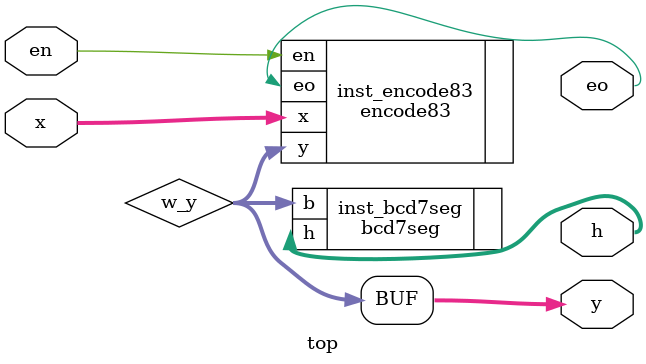
<source format=v>
module top(
	input en,
	input [7:0]x,
	output [2:0]y,
	output eo,
	output [6:0]h
);

wire [2:0]w_y;
assign y=w_y;
encode83 inst_encode83(
	.en(en),
	.x(x),
	.y(w_y),
	.eo(eo)
);

bcd7seg inst_bcd7seg(
	.b(w_y),
	.h(h)
);
endmodule

</source>
